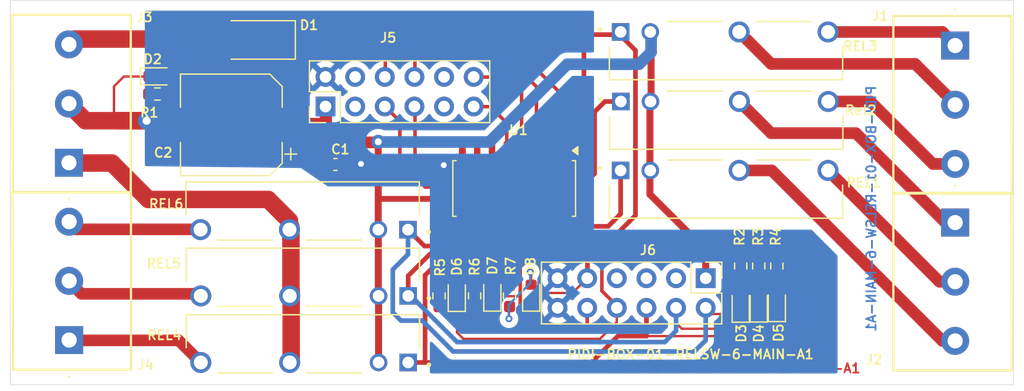
<source format=kicad_pcb>
(kicad_pcb (version 20241229) (generator "pcbnew") (generator_version "9.0")
  (layers (0 "F.Cu" signal) (2 "B.Cu" signal) (13 "F.Paste" user) (15 "B.Paste" user) (5 "F.SilkS" user "F.Silkscreen") (7 "B.SilkS" user "B.Silkscreen") (1 "F.Mask" user) (3 "B.Mask" user) (25 "Edge.Cuts" user))
  (net 0 "")
  (net 1 "Net-(J1-Pad1)")
  (net 2 "Net-(J1-Pad3)")
  (net 3 "Net-(J1-Pad2)")
  (net 4 "Net-(J2-Pad3)")
  (net 5 "Net-(J2-Pad2)")
  (net 6 "Net-(J2-Pad1)")
  (net 7 "Net-(J3-Pad1)")
  (net 8 "Net-(J4-Pad1)")
  (net 10 "P1")
  (net 11 "P5")
  (net 12 "P4")
  (net 14 "P2")
  (net 15 "P3")
  (net 16 "P0")
  (net 17 "+12V")
  (net 18 "GND")
  (net 19 "Net-(J4-Pad2)")
  (net 20 "Net-(J4-Pad3)")
  (net 25 "S6")
  (net 27 "S3")
  (net 29 "S2")
  (net 30 "S1")
  (net 31 "S4")
  (net 33 "S5")
  (net 34 "Net-(D1-A)")
  (net 35 "Net-(D2-A)")
  (net 36 "Net-(D3-A)")
  (net 37 "Net-(D4-A)")
  (net 38 "Net-(D5-A)")
  (net 39 "Net-(D6-A)")
  (net 40 "Net-(D7-A)")
  (net 41 "Net-(D8-A)")
  (footprint "LED_SMD:LED_0603_1608Metric" (layer "F.Cu") (at 151.5872 81.153 90)
    (property "Reference" "D8" (at 2.3622 -0.0508 90) (layer "F.SilkS") (effects (font (size 0.8 0.8))))
    (property "Value" "LED")
    (pad "1" smd roundrect (at -0.7875 0 90) (size 0.875 0.95) (layers "F.Cu" "F.Mask" "F.Paste") (net 30 "S1"))
    (pad "2" smd roundrect (at 0.7875 0 90) (size 0.875 0.95) (layers "F.Cu" "F.Mask" "F.Paste") (net 41 "Net-(D8-A)"))
  )
  (footprint "Package_SO:SOIC-16_4.55x10.3mm_P1.27mm" (layer "F.Cu") (at 150.1333 72.1108 -90)
    (property "Reference" "U1" (at -5.0108 -0.3667 0) (layer "F.SilkS") (effects (font (size 0.8 0.8))))
    (property "Value" "ULN2003A")
    (pad "1" smd roundrect (at -3.25 -4.445 270) (size 1.6 0.55) (layers "F.Cu" "F.Mask" "F.Paste") (net 16 "P0"))
    (pad "2" smd roundrect (at -3.25 -3.175 270) (size 1.6 0.55) (layers "F.Cu" "F.Mask" "F.Paste") (net 10 "P1"))
    (pad "3" smd roundrect (at -3.25 -1.905 270) (size 1.6 0.55) (layers "F.Cu" "F.Mask" "F.Paste") (net 14 "P2"))
    (pad "4" smd roundrect (at -3.25 -0.635 270) (size 1.6 0.55) (layers "F.Cu" "F.Mask" "F.Paste") (net 15 "P3"))
    (pad "5" smd roundrect (at -3.25 0.635 270) (size 1.6 0.55) (layers "F.Cu" "F.Mask" "F.Paste") (net 12 "P4"))
    (pad "6" smd roundrect (at -3.25 1.905 270) (size 1.6 0.55) (layers "F.Cu" "F.Mask" "F.Paste") (net 11 "P5"))
    (pad "7" smd roundrect (at -3.25 3.175 270) (size 1.6 0.55) (layers "F.Cu" "F.Mask" "F.Paste"))
    (pad "8" smd roundrect (at -3.25 4.445 270) (size 1.6 0.55) (layers "F.Cu" "F.Mask" "F.Paste") (net 18 "GND"))
    (pad "9" smd roundrect (at 3.25 4.445 270) (size 1.6 0.55) (layers "F.Cu" "F.Mask" "F.Paste") (net 17 "+12V"))
    (pad "10" smd roundrect (at 3.25 3.175 270) (size 1.6 0.55) (layers "F.Cu" "F.Mask" "F.Paste"))
    (pad "11" smd roundrect (at 3.25 1.905 270) (size 1.6 0.55) (layers "F.Cu" "F.Mask" "F.Paste") (net 25 "S6"))
    (pad "12" smd roundrect (at 3.25 0.635 270) (size 1.6 0.55) (layers "F.Cu" "F.Mask" "F.Paste") (net 33 "S5"))
    (pad "13" smd roundrect (at 3.25 -0.635 270) (size 1.6 0.55) (layers "F.Cu" "F.Mask" "F.Paste") (net 31 "S4"))
    (pad "14" smd roundrect (at 3.25 -1.905 270) (size 1.6 0.55) (layers "F.Cu" "F.Mask" "F.Paste") (net 27 "S3"))
    (pad "15" smd roundrect (at 3.25 -3.175 270) (size 1.6 0.55) (layers "F.Cu" "F.Mask" "F.Paste") (net 29 "S2"))
    (pad "16" smd roundrect (at 3.25 -4.445 270) (size 1.6 0.55) (layers "F.Cu" "F.Mask" "F.Paste") (net 30 "S1"))
  )
  (footprint "MYlib_GLOBAL:HF49FD_0xx1H12T" (layer "F.Cu") (at 131.9969 74.041 180)
    (property "Reference" "REL6" (at 11.6969 0.591 180) (layer "F.SilkS") (effects (font (size 0.8 0.8))))
    (property "Value" "HF49FD_005-1H12T")
    (pad "1" thru_hole rect (at -9.03 -1.6 180) (size 1.508 1.508) (drill 1) (layers "*.Cu" "*.Mask") (net 25 "S6"))
    (pad "2" thru_hole circle (at -6.49 -1.6 180) (size 1.508 1.508) (drill 1) (layers "*.Cu" "*.Mask") (net 17 "+12V"))
    (pad "3" thru_hole circle (at 1.13 -1.6 180) (size 1.8 1.8) (drill 1.2) (layers "*.Cu" "*.Mask") (net 7 "Net-(J3-Pad1)"))
    (pad "4" thru_hole circle (at 8.75 -1.6 180) (size 1.8 1.8) (drill 1.2) (layers "*.Cu" "*.Mask") (net 20 "Net-(J4-Pad3)"))
  )
  (footprint "MYlib_GLOBAL:CTB07093" (layer "F.Cu") (at 111.98 85.12 90)
    (property "Reference" "J4" (at -2.1384 6.556 180) (layer "F.SilkS") (effects (font (size 0.8 0.8))))
    (property "Value" "CTB0709_3" (hide yes))
    (pad "1" thru_hole rect (at 0 0 90) (size 2.4 2.4) (drill 1.3) (layers "*.Cu" "*.Mask") (net 8 "Net-(J4-Pad1)"))
    (pad "2" thru_hole circle (at 5.08 0 90) (size 2.4 2.4) (drill 1.3) (layers "*.Cu" "*.Mask") (net 19 "Net-(J4-Pad2)"))
    (pad "3" thru_hole circle (at 10.16 0 90) (size 2.4 2.4) (drill 1.3) (layers "*.Cu" "*.Mask") (net 20 "Net-(J4-Pad3)"))
  )
  (footprint "Resistor_SMD:R_0603_1608Metric_Pad0.98x0.95mm_HandSolder" (layer "F.Cu") (at 171.1 78.7625 -90)
    (property "Reference" "R3" (at -2.5125 0.05 90) (layer "F.SilkS") (effects (font (size 0.8 0.8))))
    (property "Value" "5K6")
    (pad "1" smd roundrect (at -0.9125 0 270) (size 0.975 0.95) (layers "F.Cu" "F.Mask" "F.Paste") (net 17 "+12V"))
    (pad "2" smd roundrect (at 0.9125 0 270) (size 0.975 0.95) (layers "F.Cu" "F.Mask" "F.Paste") (net 37 "Net-(D4-A)"))
  )
  (footprint "MYlib_GLOBAL:HF49FD_0xx1H12T" (layer "F.Cu") (at 168.288 72.1612)
    (property "Reference" "REL1" (at 11.812 -0.5612 0) (layer "F.SilkS") (effects (font (size 0.8 0.8))))
    (property "Value" "HF49FD_005-1H12T")
    (pad "1" thru_hole rect (at -9.03 -1.6) (size 1.508 1.508) (drill 1) (layers "*.Cu" "*.Mask") (net 30 "S1"))
    (pad "2" thru_hole circle (at -6.49 -1.6) (size 1.508 1.508) (drill 1) (layers "*.Cu" "*.Mask") (net 17 "+12V"))
    (pad "3" thru_hole circle (at 1.13 -1.6) (size 1.8 1.8) (drill 1.2) (layers "*.Cu" "*.Mask") (net 4 "Net-(J2-Pad3)"))
    (pad "4" thru_hole circle (at 8.75 -1.6) (size 1.8 1.8) (drill 1.2) (layers "*.Cu" "*.Mask") (net 5 "Net-(J2-Pad2)"))
  )
  (footprint "MYlib_GLOBAL:HF49FD_0xx1H12T" (layer "F.Cu") (at 132.0162 85.4458 180)
    (property "Reference" "REL4" (at 11.8662 0.7458 180) (layer "F.SilkS") (effects (font (size 0.8 0.8))))
    (property "Value" "HF49FD_005-1H12T")
    (pad "1" thru_hole rect (at -9.03 -1.6 180) (size 1.508 1.508) (drill 1) (layers "*.Cu" "*.Mask") (net 31 "S4"))
    (pad "2" thru_hole circle (at -6.49 -1.6 180) (size 1.508 1.508) (drill 1) (layers "*.Cu" "*.Mask") (net 17 "+12V"))
    (pad "3" thru_hole circle (at 1.13 -1.6 180) (size 1.8 1.8) (drill 1.2) (layers "*.Cu" "*.Mask") (net 7 "Net-(J3-Pad1)"))
    (pad "4" thru_hole circle (at 8.75 -1.6 180) (size 1.8 1.8) (drill 1.2) (layers "*.Cu" "*.Mask") (net 8 "Net-(J4-Pad1)"))
  )
  (footprint "MYlib_GLOBAL:CTB07093" (layer "F.Cu") (at 187.9346 59.8424 -90)
    (property "Reference" "J1" (at -2.54 6.4132 0) (layer "F.SilkS") (effects (font (size 0.8 0.8))))
    (property "Value" "CTB0709_3" (hide yes))
    (pad "1" thru_hole rect (at 0 0 270) (size 2.4 2.4) (drill 1.3) (layers "*.Cu" "*.Mask") (net 1 "Net-(J1-Pad1)"))
    (pad "2" thru_hole circle (at 5.08 0 270) (size 2.4 2.4) (drill 1.3) (layers "*.Cu" "*.Mask") (net 3 "Net-(J1-Pad2)"))
    (pad "3" thru_hole circle (at 10.16 0 270) (size 2.4 2.4) (drill 1.3) (layers "*.Cu" "*.Mask") (net 2 "Net-(J1-Pad3)"))
  )
  (footprint "Capacitor_SMD:C_0603_1608Metric" (layer "F.Cu") (at 134.8 70.05)
    (property "Reference" "C1" (at 0.4318 -1.2954 180) (layer "F.SilkS") (effects (font (size 0.8 0.8))))
    (property "Value" "100nf")
    (pad "1" smd roundrect (at -0.775 0) (size 0.9 0.95) (layers "F.Cu" "F.Mask" "F.Paste") (net 17 "+12V"))
    (pad "2" smd roundrect (at 0.775 0) (size 0.9 0.95) (layers "F.Cu" "F.Mask" "F.Paste") (net 18 "GND"))
  )
  (footprint "MYlib_GLOBAL:CTB07093" (layer "F.Cu") (at 187.9346 75.0316 -90)
    (property "Reference" "J2" (at 11.7692 6.9632 0) (layer "F.SilkS") (effects (font (size 0.8 0.8))))
    (property "Value" "CTB0709_3" (hide yes))
    (pad "1" thru_hole rect (at 0 0 270) (size 2.4 2.4) (drill 1.3) (layers "*.Cu" "*.Mask") (net 6 "Net-(J2-Pad1)"))
    (pad "2" thru_hole circle (at 5.08 0 270) (size 2.4 2.4) (drill 1.3) (layers "*.Cu" "*.Mask") (net 5 "Net-(J2-Pad2)"))
    (pad "3" thru_hole circle (at 10.16 0 270) (size 2.4 2.4) (drill 1.3) (layers "*.Cu" "*.Mask") (net 4 "Net-(J2-Pad3)"))
  )
  (footprint "MYlib_GLOBAL:CTB07093" (layer "F.Cu") (at 111.9632 69.9008 90)
    (property "Reference" "J3" (at 12.4924 6.4728 180) (layer "F.SilkS") (effects (font (size 0.8 0.8))))
    (property "Value" "CTB0709_3" (hide yes))
    (pad "1" thru_hole rect (at 0 0 90) (size 2.4 2.4) (drill 1.3) (layers "*.Cu" "*.Mask") (net 7 "Net-(J3-Pad1)"))
    (pad "2" thru_hole circle (at 5.08 0 90) (size 2.4 2.4) (drill 1.3) (layers "*.Cu" "*.Mask") (net 18 "GND"))
    (pad "3" thru_hole circle (at 10.16 0 90) (size 2.4 2.4) (drill 1.3) (layers "*.Cu" "*.Mask") (net 34 "Net-(D1-A)"))
  )
  (footprint "Connector_PinHeader_2.54mm:PinHeader_2x06_P2.54mm_Vertical" (layer "F.Cu") (at 133.9596 65.0748 90)
    (property "Reference" "J5" (at 5.904 5.3698 180) (layer "F.SilkS") (effects (font (size 0.8 0.8))))
    (property "Value" "Conn_02x06_Odd_Even" (hide yes))
    (pad "1" thru_hole rect (at 0 0 90) (size 1.7 1.7) (drill 1) (layers "*.Cu" "*.Mask") (net 17 "+12V"))
    (pad "2" thru_hole circle (at 2.54 0 90) (size 1.7 1.7) (drill 1) (layers "*.Cu" "*.Mask") (net 18 "GND"))
    (pad "3" thru_hole circle (at 0 2.54 90) (size 1.7 1.7) (drill 1) (layers "*.Cu" "*.Mask"))
    (pad "4" thru_hole circle (at 2.54 2.54 90) (size 1.7 1.7) (drill 1) (layers "*.Cu" "*.Mask"))
    (pad "5" thru_hole circle (at 0 5.08 90) (size 1.7 1.7) (drill 1) (layers "*.Cu" "*.Mask") (net 10 "P1"))
    (pad "6" thru_hole circle (at 2.54 5.08 90) (size 1.7 1.7) (drill 1) (layers "*.Cu" "*.Mask") (net 16 "P0"))
    (pad "7" thru_hole circle (at 0 7.62 90) (size 1.7 1.7) (drill 1) (layers "*.Cu" "*.Mask") (net 11 "P5"))
    (pad "8" thru_hole circle (at 2.54 7.62 90) (size 1.7 1.7) (drill 1) (layers "*.Cu" "*.Mask") (net 14 "P2"))
    (pad "9" thru_hole circle (at 0 10.16 90) (size 1.7 1.7) (drill 1) (layers "*.Cu" "*.Mask"))
    (pad "10" thru_hole circle (at 2.54 10.16 90) (size 1.7 1.7) (drill 1) (layers "*.Cu" "*.Mask"))
    (pad "11" thru_hole circle (at 0 12.7 90) (size 1.7 1.7) (drill 1) (layers "*.Cu" "*.Mask") (net 12 "P4"))
    (pad "12" thru_hole circle (at 2.54 12.7 90) (size 1.7 1.7) (drill 1) (layers "*.Cu" "*.Mask") (net 15 "P3"))
  )
  (footprint "Resistor_SMD:R_0603_1608Metric" (layer "F.Cu") (at 119.55 64)
    (property "Reference" "R1" (at -0.7 1.6 0) (layer "F.SilkS") (effects (font (size 0.8 0.8))))
    (property "Value" "5K6")
    (pad "1" smd roundrect (at -0.825 0) (size 0.8 0.95) (layers "F.Cu" "F.Mask" "F.Paste") (net 35 "Net-(D2-A)"))
    (pad "2" smd roundrect (at 0.825 0) (size 0.8 0.95) (layers "F.Cu" "F.Mask" "F.Paste") (net 17 "+12V"))
  )
  (footprint "LED_SMD:LED_0603_1608Metric" (layer "F.Cu") (at 171.1 82.0875 90)
    (property "Reference" "D4" (at -2.4625 0 90) (layer "F.SilkS") (effects (font (size 0.8 0.8))))
    (property "Value" "LED")
    (pad "1" smd roundrect (at -0.7875 0 90) (size 0.875 0.95) (layers "F.Cu" "F.Mask" "F.Paste") (net 33 "S5"))
    (pad "2" smd roundrect (at 0.7875 0 90) (size 0.875 0.95) (layers "F.Cu" "F.Mask" "F.Paste") (net 37 "Net-(D4-A)"))
  )
  (footprint "MYlib_GLOBAL:HF49FD_0xx1H12T" (layer "F.Cu") (at 168.288 60.274)
    (property "Reference" "REL3" (at 11.512 -0.374 0) (layer "F.SilkS") (effects (font (size 0.8 0.8))))
    (property "Value" "HF49FD_005-1H12T")
    (pad "1" thru_hole rect (at -9.03 -1.6) (size 1.508 1.508) (drill 1) (layers "*.Cu" "*.Mask") (net 27 "S3"))
    (pad "2" thru_hole circle (at -6.49 -1.6) (size 1.508 1.508) (drill 1) (layers "*.Cu" "*.Mask") (net 17 "+12V"))
    (pad "3" thru_hole circle (at 1.13 -1.6) (size 1.8 1.8) (drill 1.2) (layers "*.Cu" "*.Mask") (net 3 "Net-(J1-Pad2)"))
    (pad "4" thru_hole circle (at 8.75 -1.6) (size 1.8 1.8) (drill 1.2) (layers "*.Cu" "*.Mask") (net 1 "Net-(J1-Pad1)"))
  )
  (footprint "Diode_SMD:D_SMA" (layer "F.Cu") (at 127.8636 59.3598 180)
    (property "Reference" "D1" (at -4.6736 1.27 0) (layer "F.SilkS") (effects (font (size 0.8 0.8))))
    (property "Value" "US2BA")
    (pad "1" smd roundrect (at -2 0 180) (size 2.5 1.8) (layers "F.Cu" "F.Mask" "F.Paste") (roundrect_rratio 0.1388888889) (net 17 "+12V"))
    (pad "2" smd roundrect (at 2 0 180) (size 2.5 1.8) (layers "F.Cu" "F.Mask" "F.Paste") (roundrect_rratio 0.1388888889) (net 34 "Net-(D1-A)"))
  )
  (footprint "Resistor_SMD:R_0603_1608Metric_Pad0.98x0.95mm_HandSolder" (layer "F.Cu") (at 172.65 78.7625 -90)
    (property "Reference" "R4" (at -2.5125 0.1 90) (layer "F.SilkS") (effects (font (size 0.8 0.8))))
    (property "Value" "5K6")
    (pad "1" smd roundrect (at -0.9125 0 270) (size 0.975 0.95) (layers "F.Cu" "F.Mask" "F.Paste") (net 17 "+12V"))
    (pad "2" smd roundrect (at 0.9125 0 270) (size 0.975 0.95) (layers "F.Cu" "F.Mask" "F.Paste") (net 38 "Net-(D5-A)"))
  )
  (footprint "LED_SMD:LED_0603_1608Metric" (layer "F.Cu") (at 145.2118 81.1784 90)
    (property "Reference" "D6" (at 2.3622 0 90) (layer "F.SilkS") (effects (font (size 0.8 0.8))))
    (property "Value" "LED")
    (pad "1" smd roundrect (at -0.7875 0 90) (size 0.875 0.95) (layers "F.Cu" "F.Mask" "F.Paste") (net 27 "S3"))
    (pad "2" smd roundrect (at 0.7875 0 90) (size 0.875 0.95) (layers "F.Cu" "F.Mask" "F.Paste") (net 39 "Net-(D6-A)"))
  )
  (footprint "Resistor_SMD:R_0603_1608Metric_Pad0.98x0.95mm_HandSolder" (layer "F.Cu") (at 149.733 81.3308 -90)
    (property "Reference" "R7" (at -2.5625 -0.1 90) (layer "F.SilkS") (effects (font (size 0.8 0.8))))
    (property "Value" "5K6")
    (pad "1" smd roundrect (at -0.9125 0 270) (size 0.975 0.95) (layers "F.Cu" "F.Mask" "F.Paste") (net 17 "+12V"))
    (pad "2" smd roundrect (at 0.9125 0 270) (size 0.975 0.95) (layers "F.Cu" "F.Mask" "F.Paste") (net 41 "Net-(D8-A)"))
  )
  (footprint "LED_SMD:LED_0603_1608Metric" (layer "F.Cu") (at 172.65 82.05 90)
    (property "Reference" "D5" (at -2.45 0.15 90) (layer "F.SilkS") (effects (font (size 0.8 0.8))))
    (property "Value" "LED")
    (pad "1" smd roundrect (at -0.7875 0 90) (size 0.875 0.95) (layers "F.Cu" "F.Mask" "F.Paste") (net 31 "S4"))
    (pad "2" smd roundrect (at 0.7875 0 90) (size 0.875 0.95) (layers "F.Cu" "F.Mask" "F.Paste") (net 38 "Net-(D5-A)"))
  )
  (footprint "MYlib_GLOBAL:HF49FD_0xx1H12T" (layer "F.Cu") (at 168.3073 66.2432)
    (property "Reference" "Rel2" (at 11.5427 -0.8432 0) (layer "F.SilkS") (effects (font (size 0.8 0.8))))
    (property "Value" "HF49FD_005-1H12T")
    (pad "1" thru_hole rect (at -9.03 -1.6) (size 1.508 1.508) (drill 1) (layers "*.Cu" "*.Mask") (net 29 "S2"))
    (pad "2" thru_hole circle (at -6.49 -1.6) (size 1.508 1.508) (drill 1) (layers "*.Cu" "*.Mask") (net 17 "+12V"))
    (pad "3" thru_hole circle (at 1.13 -1.6) (size 1.8 1.8) (drill 1.2) (layers "*.Cu" "*.Mask") (net 6 "Net-(J2-Pad1)"))
    (pad "4" thru_hole circle (at 8.75 -1.6) (size 1.8 1.8) (drill 1.2) (layers "*.Cu" "*.Mask") (net 2 "Net-(J1-Pad3)"))
  )
  (footprint "Connector_PinHeader_2.54mm:PinHeader_2x06_P2.54mm_Vertical" (layer "F.Cu") (at 166.55 79.814 -90)
    (property "Reference" "J6" (at -2.414 4.95 0) (layer "F.SilkS") (effects (font (size 0.8 0.8))))
    (property "Value" "Conn_02x06_Odd_Even" (hide yes))
    (pad "1" thru_hole rect (at 0 0 270) (size 1.7 1.7) (drill 1) (layers "*.Cu" "*.Mask") (net 17 "+12V"))
    (pad "2" thru_hole circle (at 2.54 0 270) (size 1.7 1.7) (drill 1) (layers "*.Cu" "*.Mask") (net 25 "S6"))
    (pad "3" thru_hole circle (at 0 2.54 270) (size 1.7 1.7) (drill 1) (layers "*.Cu" "*.Mask"))
    (pad "4" thru_hole circle (at 2.54 2.54 270) (size 1.7 1.7) (drill 1) (layers "*.Cu" "*.Mask") (net 33 "S5"))
    (pad "5" thru_hole circle (at 0 5.08 270) (size 1.7 1.7) (drill 1) (layers "*.Cu" "*.Mask"))
    (pad "6" thru_hole circle (at 2.54 5.08 270) (size 1.7 1.7) (drill 1) (layers "*.Cu" "*.Mask") (net 31 "S4"))
    (pad "7" thru_hole circle (at 0 7.62 270) (size 1.7 1.7) (drill 1) (layers "*.Cu" "*.Mask"))
    (pad "8" thru_hole circle (at 2.54 7.62 270) (size 1.7 1.7) (drill 1) (layers "*.Cu" "*.Mask") (net 27 "S3"))
    (pad "9" thru_hole circle (at 0 10.16 270) (size 1.7 1.7) (drill 1) (layers "*.Cu" "*.Mask") (net 30 "S1"))
    (pad "10" thru_hole circle (at 2.54 10.16 270) (size 1.7 1.7) (drill 1) (layers "*.Cu" "*.Mask") (net 29 "S2"))
    (pad "11" thru_hole circle (at 0 12.7 270) (size 1.7 1.7) (drill 1) (layers "*.Cu" "*.Mask") (net 18 "GND"))
    (pad "12" thru_hole circle (at 2.54 12.7 270) (size 1.7 1.7) (drill 1) (layers "*.Cu" "*.Mask") (net 18 "GND"))
  )
  (footprint "MYlib_GLOBAL:HF49FD_0xx1H12T" (layer "F.Cu") (at 132.0162 79.7306 180)
    (property "Reference" "REL5" (at 11.9162 1.1806 180) (layer "F.SilkS") (effects (font (size 0.8 0.8))))
    (property "Value" "HF49FD_005-1H12T")
    (pad "1" thru_hole rect (at -9.03 -1.6 180) (size 1.508 1.508) (drill 1) (layers "*.Cu" "*.Mask") (net 33 "S5"))
    (pad "2" thru_hole circle (at -6.49 -1.6 180) (size 1.508 1.508) (drill 1) (layers "*.Cu" "*.Mask") (net 17 "+12V"))
    (pad "3" thru_hole circle (at 1.13 -1.6 180) (size 1.8 1.8) (drill 1.2) (layers "*.Cu" "*.Mask") (net 7 "Net-(J3-Pad1)"))
    (pad "4" thru_hole circle (at 8.75 -1.6 180) (size 1.8 1.8) (drill 1.2) (layers "*.Cu" "*.Mask") (net 19 "Net-(J4-Pad2)"))
  )
  (footprint "Capacitor_SMD:CP_Elec_8x10.5" (layer "F.Cu") (at 125.8824 66.6496 180)
    (property "Reference" "C2" (at 5.842 -2.3876 0) (layer "F.SilkS") (effects (font (size 0.8 0.8))))
    (property "Value" "220uF")
    (pad "1" smd roundrect (at -3.7 0 180) (size 4.4 2.5) (layers "F.Cu" "F.Mask" "F.Paste") (roundrect_rratio 0.1) (net 17 "+12V"))
    (pad "2" smd roundrect (at 3.7 0 180) (size 4.4 2.5) (layers "F.Cu" "F.Mask" "F.Paste") (roundrect_rratio 0.1) (net 18 "GND"))
  )
  (footprint "LED_SMD:LED_0603_1608Metric" (layer "F.Cu") (at 169.55 82.1 90)
    (property "Reference" "D3" (at -2.45 0.05 90) (layer "F.SilkS") (effects (font (size 0.8 0.8))))
    (property "Value" "LED")
    (pad "1" smd roundrect (at -0.7875 0 90) (size 0.875 0.95) (layers "F.Cu" "F.Mask" "F.Paste") (net 25 "S6"))
    (pad "2" smd roundrect (at 0.7875 0 90) (size 0.875 0.95) (layers "F.Cu" "F.Mask" "F.Paste") (net 36 "Net-(D3-A)"))
  )
  (footprint "LED_SMD:LED_0603_1608Metric" (layer "F.Cu") (at 148.2598 81.153 90)
    (property "Reference" "D7" (at 2.413 0 90) (layer "F.SilkS") (effects (font (size 0.8 0.8))))
    (property "Value" "LED")
    (pad "1" smd roundrect (at -0.7875 0 90) (size 0.875 0.95) (layers "F.Cu" "F.Mask" "F.Paste") (net 29 "S2"))
    (pad "2" smd roundrect (at 0.7875 0 90) (size 0.875 0.95) (layers "F.Cu" "F.Mask" "F.Paste") (net 40 "Net-(D7-A)"))
  )
  (footprint "Resistor_SMD:R_0603_1608Metric_Pad0.98x0.95mm_HandSolder" (layer "F.Cu") (at 169.55 78.7625 -90)
    (property "Reference" "R2" (at -2.5125 0.1 90) (layer "F.SilkS") (effects (font (size 0.8 0.8))))
    (property "Value" "5K6")
    (pad "1" smd roundrect (at -0.9125 0 270) (size 0.975 0.95) (layers "F.Cu" "F.Mask" "F.Paste") (net 17 "+12V"))
    (pad "2" smd roundrect (at 0.9125 0 270) (size 0.975 0.95) (layers "F.Cu" "F.Mask" "F.Paste") (net 36 "Net-(D3-A)"))
  )
  (footprint "Resistor_SMD:R_0603_1608Metric_Pad0.98x0.95mm_HandSolder" (layer "F.Cu") (at 143.6878 81.3308 -90)
    (property "Reference" "R5" (at -2.45 -0.08 90) (layer "F.SilkS") (effects (font (size 0.8 0.8))))
    (property "Value" "5K6")
    (pad "1" smd roundrect (at -0.9125 0 270) (size 0.975 0.95) (layers "F.Cu" "F.Mask" "F.Paste") (net 17 "+12V"))
    (pad "2" smd roundrect (at 0.9125 0 270) (size 0.975 0.95) (layers "F.Cu" "F.Mask" "F.Paste") (net 39 "Net-(D6-A)"))
  )
  (footprint "Resistor_SMD:R_0603_1608Metric_Pad0.98x0.95mm_HandSolder" (layer "F.Cu") (at 146.7358 81.3308 -90)
    (property "Reference" "R6" (at -2.50625 0 90) (layer "F.SilkS") (effects (font (size 0.8 0.8))))
    (property "Value" "5K6")
    (pad "1" smd roundrect (at -0.9125 0 270) (size 0.975 0.95) (layers "F.Cu" "F.Mask" "F.Paste") (net 17 "+12V"))
    (pad "2" smd roundrect (at 0.9125 0 270) (size 0.975 0.95) (layers "F.Cu" "F.Mask" "F.Paste") (net 40 "Net-(D7-A)"))
  )
  (footprint "LED_SMD:LED_0603_1608Metric" (layer "F.Cu") (at 119.5737 62.4888)
    (property "Reference" "D2" (at -0.4318 -1.4732 0) (layer "F.SilkS") (effects (font (size 0.8 0.8))))
    (property "Value" "LED gn")
    (pad "1" smd roundrect (at -0.7875 0) (size 0.875 0.95) (layers "F.Cu" "F.Mask" "F.Paste") (net 18 "GND"))
    (pad "2" smd roundrect (at 0.7875 0) (size 0.875 0.95) (layers "F.Cu" "F.Mask" "F.Paste") (net 35 "Net-(D2-A)"))
  )
  (gr_rect (start 106.934 55.9564) (end 192.934 88.9564) (stroke (width 0.05)) (fill no) (layer "Edge.Cuts"))
  (gr_text "PIDI-BOX-01-RELSW-6-MAIN-A1\n\n" (at 158.6 89.3 0) (layer "F.Cu") (effects (font (size 0.8 0.8)) (justify left bottom)))
  (gr_text "PIDI-BOX-01-RELSW-6-MAIN-A1\n\n" (at 182.5 63.2 90) (layer "B.Cu") (effects (font (size 0.8 0.8)) (justify left bottom mirror)))
  (gr_text "PIDI-BOX-01-RELSW-6-MAIN-A1\n\n" (at 154.6 88.1 0) (layer "F.SilkS") (effects (font (size 0.8 0.8)) (justify left bottom)))
  (segment (start 186.8424 58.674) (end 187.9346 59.7662) (width 1) (layer "F.Cu") (net 1))
  (segment (start 187.9346 59.7662) (end 187.9346 59.8424) (width 1) (layer "F.Cu") (net 1))
  (segment (start 177.038 58.674) (end 186.8424 58.674) (width 1) (layer "F.Cu") (net 1))
  (segment (start 177.0573 64.6432) (end 180.6704 64.6432) (width 1) (layer "F.Cu") (net 2))
  (segment (start 180.6704 64.6432) (end 186.0296 70.0024) (width 1) (layer "F.Cu") (net 2))
  (segment (start 186.0296 70.0024) (end 187.9346 70.0024) (width 1) (layer "F.Cu") (net 2))
  (segment (start 187.9346 64.8462) (end 187.9346 64.9224) (width 1) (layer "F.Cu") (net 3))
  (segment (start 169.418 58.674) (end 172.1612 61.4172) (width 1) (layer "F.Cu") (net 3))
  (segment (start 184.5056 61.4172) (end 187.9346 64.8462) (width 1) (layer "F.Cu") (net 3))
  (segment (start 172.1612 61.4172) (end 184.5056 61.4172) (width 1) (layer "F.Cu") (net 3))
  (segment (start 169.418 70.5612) (end 172.212 70.5612) (width 1) (layer "F.Cu") (net 4))
  (segment (start 186.8424 85.1916) (end 188.0108 85.1916) (width 1) (layer "F.Cu") (net 4))
  (segment (start 172.212 70.5612) (end 186.8424 85.1916) (width 1) (layer "F.Cu") (net 4))
  (segment (start 177.038 70.5612) (end 186.5884 80.1116) (width 1) (layer "F.Cu") (net 5))
  (segment (start 186.5884 80.1116) (end 188.0108 80.1116) (width 1) (layer "F.Cu") (net 5))
  (segment (start 187.0964 75.0316) (end 188.0108 75.0316) (width 1) (layer "F.Cu") (net 6))
  (segment (start 169.4373 64.6432) (end 172.1549 67.3608) (width 1) (layer "F.Cu") (net 6))
  (segment (start 172.1549 67.3608) (end 179.4256 67.3608) (width 1) (layer "F.Cu") (net 6))
  (segment (start 179.4256 67.3608) (end 187.0964 75.0316) (width 1) (layer "F.Cu") (net 6))
  (segment (start 115.6464 69.9264) (end 118.7704 73.0504) (width 1.5) (layer "F.Cu") (net 7))
  (segment (start 130.9939 75.4124) (end 130.9939 80.8543) (width 1.5) (layer "F.Cu") (net 7))
  (segment (start 111.7772 69.9424) (end 111.8188 69.9008) (width 1) (layer "F.Cu") (net 7))
  (segment (start 130.8669 74.879) (end 130.8669 75.2854) (width 1) (layer "F.Cu") (net 7))
  (segment (start 129.0383 73.0504) (end 130.8669 74.879) (width 1.5) (layer "F.Cu") (net 7))
  (segment (start 130.8669 75.2854) (end 130.9939 75.4124) (width 1) (layer "F.Cu") (net 7))
  (segment (start 111.8188 69.9008) (end 111.9632 69.9008) (width 1) (layer "F.Cu") (net 7))
  (segment (start 111.9632 69.9008) (end 111.9888 69.9264) (width 1.5) (layer "F.Cu") (net 7))
  (segment (start 111.9888 69.9264) (end 115.6464 69.9264) (width 1.5) (layer "F.Cu") (net 7))
  (segment (start 131.0132 80.8736) (end 131.0132 86.7664) (width 1.5) (layer "F.Cu") (net 7))
  (segment (start 118.7704 73.0504) (end 129.0383 73.0504) (width 1.5) (layer "F.Cu") (net 7))
  (segment (start 130.9939 80.8543) (end 131.0132 80.8736) (width 1) (layer "F.Cu") (net 7))
  (segment (start 111.9485 85.1456) (end 121.366 85.1456) (width 1) (layer "F.Cu") (net 8))
  (segment (start 121.366 85.1456) (end 123.2662 87.0458) (width 1) (layer "F.Cu") (net 8))
  (segment (start 153.3083 69.1957) (end 153.3144 69.2018) (width 0.3) (layer "F.Cu") (net 10))
  (segment (start 142.494 71.9836) (end 151.6888 71.9836) (width 0.3) (layer "F.Cu") (net 10))
  (segment (start 140.335 69.8246) (end 142.494 71.9836) (width 0.3) (layer "F.Cu") (net 10))
  (segment (start 139.08 65.086) (end 140.335 66.341) (width 0.3) (layer "F.Cu") (net 10))
  (segment (start 153.3083 68.8608) (end 153.3083 69.1957) (width 0.3) (layer "F.Cu") (net 10))
  (segment (start 140.335 66.341) (end 140.335 69.8246) (width 0.3) (layer "F.Cu") (net 10))
  (segment (start 153.3083 70.3641) (end 153.3083 68.8608) (width 0.3) (layer "F.Cu") (net 10))
  (segment (start 151.6888 71.9836) (end 153.3083 70.3641) (width 0.3) (layer "F.Cu") (net 10))
  (segment (start 143.256 71.2724) (end 147.4724 71.2724) (width 0.3) (layer "F.Cu") (net 11))
  (segment (start 141.62 65.086) (end 141.6304 65.0964) (width 0.3) (layer "F.Cu") (net 11))
  (segment (start 141.6304 65.0964) (end 141.6304 69.6468) (width 0.3) (layer "F.Cu") (net 11))
  (segment (start 148.2283 70.5165) (end 148.2283 68.8608) (width 0.3) (layer "F.Cu") (net 11))
  (segment (start 141.6304 69.6468) (end 143.256 71.2724) (width 0.3) (layer "F.Cu") (net 11))
  (segment (start 147.4724 71.2724) (end 148.2283 70.5165) (width 0.3) (layer "F.Cu") (net 11))
  (segment (start 149.4983 66.4911) (end 149.4983 69.6358) (width 0.3) (layer "F.Cu") (net 12))
  (segment (start 148.0932 65.086) (end 149.4983 66.4911) (width 0.3) (layer "F.Cu") (net 12))
  (segment (start 146.7 65.086) (end 148.0932 65.086) (width 0.3) (layer "F.Cu") (net 12))
  (segment (start 148.7932 60.1218) (end 142.621 60.1218) (width 0.3) (layer "F.Cu") (net 14))
  (segment (start 152.0383 63.3669) (end 148.7932 60.1218) (width 0.3) (layer "F.Cu") (net 14))
  (segment (start 152.0383 69.6358) (end 152.0383 63.3669) (width 0.3) (layer "F.Cu") (net 14))
  (segment (start 141.62 61.1228) (end 141.62 62.546) (width 0.3) (layer "F.Cu") (net 14))
  (segment (start 142.621 60.1218) (end 141.62 61.1228) (width 0.3) (layer "F.Cu") (net 14))
  (segment (start 150.7683 63.5955) (end 149.7188 62.546) (width 0.3) (layer "F.Cu") (net 15))
  (segment (start 150.7683 69.6358) (end 150.7683 63.5955) (width 0.3) (layer "F.Cu") (net 15))
  (segment (start 149.7188 62.546) (end 146.7 62.546) (width 0.3) (layer "F.Cu") (net 15))
  (segment (start 149.398706 59.2328) (end 141.0208 59.2328) (width 0.3) (layer "F.Cu") (net 16))
  (segment (start 154.5783 69.6358) (end 154.5783 64.412394) (width 0.3) (layer "F.Cu") (net 16))
  (segment (start 154.5783 64.412394) (end 149.398706 59.2328) (width 0.3) (layer "F.Cu") (net 16))
  (segment (start 141.0208 59.2328) (end 139.08 61.1736) (width 0.3) (layer "F.Cu") (net 16))
  (segment (start 139.08 61.1736) (end 139.08 62.546) (width 0.3) (layer "F.Cu") (net 16))
  (segment (start 129.5824 66.6496) (end 129.5828 66.65) (width 1) (layer "F.Cu") (net 17))
  (segment (start 138.4282 68.15) (end 134.0122 68.15) (width 1) (layer "F.Cu") (net 17))
  (segment (start 146.7866 80.4183) (end 146.7866 79.3908) (width 0.2) (layer "F.Cu") (net 17))
  (segment (start 144.1608 79.3654) (end 146.812 79.3654) (width 0.2) (layer "F.Cu") (net 17))
  (segment (start 166.55 77.95) (end 166.55 79.814) (width 0.6) (layer "F.Cu") (net 17))
  (segment (start 143.6878 79.8068) (end 144.145 79.3496) (width 0.2) (layer "F.Cu") (net 17))
  (segment (start 161.7665 64.694) (end 161.7665 72.6125) (width 0.6) (layer "F.Cu") (net 17))
  (segment (start 129.8636 66.0636) (end 129.8636 59.3598) (width 1.5) (layer "F.Cu") (net 17))
  (segment (start 161.7665 64.694) (end 161.8173 64.6432) (width 1) (layer "F.Cu") (net 17))
  (segment (start 161.7665 72.6125) (end 166.55 77.396) (width 0.6) (layer "F.Cu") (net 17))
  (segment (start 144.4752 72.9996) (end 145.6883 74.2127) (width 0.5) (layer "F.Cu") (net 17))
  (segment (start 149.6314 79.3654) (end 146.812 79.3654) (width 0.2) (layer "F.Cu") (net 17))
  (segment (start 166.624 79.74) (end 166.55 79.814) (width 0.6) (layer "F.Cu") (net 17))
  (segment (start 172.65 77.85) (end 171.1 77.85) (width 0.2) (layer "F.Cu") (net 17))
  (segment (start 143.6878 80.4183) (end 143.6878 79.8068) (width 0.2) (layer "F.Cu") (net 17))
  (segment (start 134.025 68.082) (end 134.025 70.05) (width 0.6) (layer "F.Cu") (net 17))
  (segment (start 144.145 79.3496) (end 144.1608 79.3654) (width 0.2) (layer "F.Cu") (net 17))
  (segment (start 134 65.086) (end 133.9596 65.1264) (width 1) (layer "F.Cu") (net 17))
  (segment (start 127.4408 64) (end 129.2776 65.8368) (width 0.2) (layer "F.Cu") (net 17))
  (segment (start 138.5062 81.153) (end 138.5062 87.0458) (width 0.6) (layer "F.Cu") (net 17))
  (segment (start 149.6822 78.8924) (end 151.4094 77.1652) (width 0.2) (layer "F.Cu") (net 17))
  (segment (start 133.7596 66.65) (end 134 66.4096) (width 1) (layer "F.Cu") (net 17))
  (segment (start 149.6822 79.3146) (end 149.6822 78.8924) (width 0.2) (layer "F.Cu") (net 17))
  (segment (start 134 66.4096) (end 134 65.086) (width 1) (layer "F.Cu") (net 17))
  (segment (start 134 68.057) (end 134 65.086) (width 1) (layer "F.Cu") (net 17))
  (segment (start 133.9596 65.1264) (end 133.9596 68.0974) (width 1) (layer "F.Cu") (net 17))
  (segment (start 129.4046 65.9638) (end 129.2776 65.8368) (width 0.6) (layer "F.Cu") (net 17))
  (segment (start 172.6575 77.8575) (end 172.65 77.85) (width 0.2) (layer "F.Cu") (net 17))
  (segment (start 166.55 77.396) (end 166.55 77.95) (width 0.6) (layer "F.Cu") (net 17))
  (segment (start 151.4094 73.7) (end 146.201 73.7) (width 0.2) (layer "F.Cu") (net 17))
  (segment (start 161.8681 64.5924) (end 161.8173 64.6432) (width 1) (layer "F.Cu") (net 17))
  (segment (start 134 68.057) (end 134.025 68.082) (width 0.6) (layer "F.Cu") (net 17))
  (segment (start 138.47735 73.152) (end 138.62975 72.9996) (width 0.5) (layer "F.Cu") (net 17))
  (segment (start 145.6883 74.2127) (end 145.6883 75.3608) (width 0.5) (layer "F.Cu") (net 17))
  (segment (start 138.47735 75.45365) (end 138.4869 75.4632) (width 0.6) (layer "F.Cu") (net 17))
  (segment (start 120.175 64) (end 127.4408 64) (width 0.2) (layer "F.Cu") (net 17))
  (segment (start 129.5824 66.3448) (end 129.8636 66.0636) (width 1.5) (layer "F.Cu") (net 17))
  (segment (start 146.201 73.7) (end 145.6883 74.2127) (width 0.2) (layer "F.Cu") (net 17))
  (segment (start 138.47735 68.10085) (end 138.4282 68.15) (width 1) (layer "F.Cu") (net 17))
  (segment (start 169.55 77.85) (end 166.65 77.85) (width 0.2) (layer "F.Cu") (net 17))
  (segment (start 129.2522 66.3194) (end 129.2522 66.2686) (width 0.6) (layer "F.Cu") (net 17))
  (segment (start 133.9596 68.0974) (end 134 68.057) (width 1) (layer "F.Cu") (net 17))
  (segment (start 138.4869 81.1337) (end 138.5062 81.153) (width 1) (layer "F.Cu") (net 17))
  (segment (start 138.62975 72.9996) (end 144.4752 72.9996) (width 0.5) (layer "F.Cu") (net 17))
  (segment (start 129.5824 66.6496) (end 129.5824 66.3448) (width 1.5) (layer "F.Cu") (net 17))
  (segment (start 166.65 77.85) (end 166.55 77.95) (width 0.2) (layer "F.Cu") (net 17))
  (segment (start 151.4094 77.1652) (end 151.4094 73.7) (width 0.2) (layer "F.Cu") (net 17))
  (segment (start 138.47735 68.10085) (end 138.47735 75.45365) (width 0.6) (layer "F.Cu") (net 17))
  (segment (start 171.1 77.85) (end 169.55 77.85) (width 0.2) (layer "F.Cu") (net 17))
  (segment (start 138.4869 75.4632) (end 138.4869 81.1337) (width 0.6) (layer "F.Cu") (net 17))
  (segment (start 149.6822 79.3146) (end 149.6314 79.3654) (width 0.2) (layer "F.Cu") (net 17))
  (segment (start 161.8681 58.9028) (end 161.8681 64.5924) (width 0.6) (layer "F.Cu") (net 17))
  (segment (start 134.0122 68.15) (end 133.9596 68.0974) (width 1) (layer "F.Cu") (net 17))
  (segment (start 149.6822 80.4183) (end 149.6822 79.3146) (width 0.2) (layer "F.Cu") (net 17))
  (segment (start 129.5828 66.65) (end 133.7596 66.65) (width 1.2) (layer "F.Cu") (net 17))
  (segment (start 146.7866 79.3908) (end 146.812 79.3654) (width 0.2) (layer "F.Cu") (net 17))
  (via (at 138.47735 68.10085) (size 1.2) (drill 0.6) (layers "F.Cu" "B.Cu") (net 17))
  (segment (start 161.8681 60.4073) (end 161.8681 58.9028) (width 1) (layer "B.Cu") (net 17))
  (segment (start 154.686 61.4426) (end 160.8328 61.4426) (width 1) (layer "B.Cu") (net 17))
  (segment (start 138.47735 68.10085) (end 138.4993 68.1228) (width 1) (layer "B.Cu") (net 17))
  (segment (start 138.4993 68.1228) (end 148.0058 68.1228) (width 1) (layer "B.Cu") (net 17))
  (segment (start 148.0058 68.1228) (end 154.686 61.4426) (width 1) (layer "B.Cu") (net 17))
  (segment (start 160.8328 61.4426) (end 161.8681 60.4073) (width 1) (layer "B.Cu") (net 17))
  (segment (start 116.6716 62.5) (end 115.824 63.3476) (width 0.2) (layer "F.Cu") (net 18))
  (segment (start 135.5782 70.0532) (end 136.9468 70.0532) (width 0.6) (layer "F.Cu") (net 18))
  (segment (start 122.1824 66.5988) (end 121.8522 66.2686) (width 1.5) (layer "F.Cu") (net 18))
  (segment (start 122.1824 66.6496) (end 122.1824 66.5988) (width 1.5) (layer "F.Cu") (net 18))
  (segment (start 136.9468 70.0532) (end 137 70) (width 0.6) (layer "F.Cu") (net 18))
  (segment (start 121.8268 66.294) (end 122.1824 66.6496) (width 1.5) (layer "F.Cu") (net 18))
  (segment (start 118.618 66.294) (end 121.8268 66.294) (width 1.5) (layer "F.Cu") (net 18))
  (segment (start 111.9632 64.8779) (end 113.3793 66.294) (width 1.5) (layer "F.Cu") (net 18))
  (segment (start 116.1288 66.294) (end 118.618 66.294) (width 1.5) (layer "F.Cu") (net 18))
  (segment (start 118.7862 62.4888) (end 118.775 62.5) (width 0.2) (layer "F.Cu") (net 18))
  (segment (start 111.9632 64.8208) (end 111.9632 64.8779) (width 1.5) (layer "F.Cu") (net 18))
  (segment (start 113.3793 66.294) (end 118.618 66.294) (width 1.5) (layer "F.Cu") (net 18))
  (segment (start 145.6883 69.8053) (end 145.6883 68.8608) (width 0.6) (layer "F.Cu") (net 18))
  (segment (start 145.3896 70.104) (end 145.6883 69.8053) (width 0.6) (layer "F.Cu") (net 18))
  (segment (start 135.575 70.05) (end 135.5782 70.0532) (width 0.6) (layer "F.Cu") (net 18))
  (segment (start 118.775 62.5) (end 116.6716 62.5) (width 0.2) (layer "F.Cu") (net 18))
  (segment (start 115.824 63.3476) (end 115.824 65.9892) (width 0.2) (layer "F.Cu") (net 18))
  (segment (start 144.0942 70.104) (end 145.3896 70.104) (width 0.6) (layer "F.Cu") (net 18))
  (via (at 137 70) (size 1) (drill 0.5) (layers "F.Cu" "B.Cu") (net 18))
  (via (at 118.618 66.294) (size 1.5) (drill 0.7) (layers "F.Cu" "B.Cu") (net 18))
  (via (at 144.0942 70.104) (size 1) (drill 0.5) (layers "F.Cu" "B.Cu") (net 18))
  (segment (start 113.0359 81.153) (end 111.9485 80.0656) (width 1) (layer "F.Cu") (net 19))
  (segment (start 123.2662 81.3306) (end 123.0886 81.153) (width 1) (layer "F.Cu") (net 19))
  (segment (start 123.0886 81.153) (end 113.0359 81.153) (width 1) (layer "F.Cu") (net 19))
  (segment (start 123.2469 75.641) (end 123.2469 75.2854) (width 1) (layer "F.Cu") (net 20))
  (segment (start 112.5787 75.6158) (end 123.2217 75.6158) (width 1) (layer "F.Cu") (net 20))
  (segment (start 123.2217 75.6158) (end 123.2469 75.641) (width 1) (layer "F.Cu") (net 20))
  (segment (start 111.9485 74.9856) (end 112.5787 75.6158) (width 1) (layer "F.Cu") (net 20))
  (segment (start 148.2608 75.3608) (end 148.2852 75.3364) (width 0) (layer "F.Cu") (net 25))
  (segment (start 148.2283 76.5717) (end 148.2283 75.3608) (width 0.4) (layer "F.Cu") (net 25))
  (segment (start 167.0835 82.8875) (end 166.55 82.354) (width 0.2) (layer "F.Cu") (net 25))
  (segment (start 141.0269 75.1779) (end 141.0269 75.641) (width 0.4) (layer "F.Cu") (net 25))
  (segment (start 142.4359 77.05) (end 147.75 77.05) (width 0.4) (layer "F.Cu") (net 25))
  (segment (start 147.75 77.05) (end 148.2283 76.5717) (width 0.4) (layer "F.Cu") (net 25))
  (segment (start 148.2283 75.3608) (end 148.2608 75.3608) (width 0) (layer "F.Cu") (net 25))
  (segment (start 141.0269 75.641) (end 142.4359 77.05) (width 0.4) (layer "F.Cu") (net 25))
  (segment (start 169.55 82.8875) (end 167.0835 82.8875) (width 0.2) (layer "F.Cu") (net 25))
  (segment (start 139.7254 82.7532) (end 140.4222 83.45) (width 0.4) (layer "B.Cu") (net 25))
  (segment (start 141.0269 77.7687) (end 139.7254 79.0702) (width 0.4) (layer "B.Cu") (net 25))
  (segment (start 139.7254 79.0702) (end 139.7254 82.7532) (width 0.4) (layer "B.Cu") (net 25))
  (segment (start 142.25 83.45) (end 144.9 86.1) (width 0.4) (layer "B.Cu") (net 25))
  (segment (start 144.9 86.1) (end 165.5886 86.1) (width 0.4) (layer "B.Cu") (net 25))
  (segment (start 165.5886 86.1) (end 166.55 85.1386) (width 0.4) (layer "B.Cu") (net 25))
  (segment (start 140.4222 83.45) (end 142.25 83.45) (width 0.4) (layer "B.Cu") (net 25))
  (segment (start 141.0269 75.641) (end 141.0269 77.7687) (width 0.4) (layer "B.Cu") (net 25))
  (segment (start 166.55 85.1386) (end 166.55 82.354) (width 0.4) (layer "B.Cu") (net 25))
  (segment (start 156.1084 70.612) (end 154.8892 71.8312) (width 0.4) (layer "F.Cu") (net 27))
  (segment (start 152.0383 72.7395) (end 152.0383 75.3608) (width 0.4) (layer "F.Cu") (net 27))
  (segment (start 159.004 82.254) (end 159.004 82.428) (width 0.3) (layer "F.Cu") (net 27))
  (segment (start 156.7432 58.9028) (end 156.1084 59.5376) (width 0.4) (layer "F.Cu") (net 27))
  (segment (start 152.9466 71.8312) (end 152.0383 72.7395) (width 0.4) (layer "F.Cu") (net 27))
  (segment (start 157.4862 85.0138) (end 158.93 83.57) (width 0.2) (layer "F.Cu") (net 27))
  (segment (start 160.528 60.2561) (end 159.1747 58.9028) (width 0.4) (layer "F.Cu") (net 27))
  (segment (start 159.1747 58.9028) (end 156.7432 58.9028) (width 0.4) (layer "F.Cu") (net 27))
  (segment (start 160.528 74.422) (end 160.528 60.2561) (width 0.4) (layer "F.Cu") (net 27))
  (segment (start 157.7 77.25) (end 160.528 74.422) (width 0.4) (layer "F.Cu") (net 27))
  (segment (start 157.714 78.8108) (end 157.65 78.8108) (width 0.3) (layer "F.Cu") (net 27))
  (segment (start 145.2372 84.4804) (end 145.7706 85.0138) (width 0.2) (layer "F.Cu") (net 27))
  (segment (start 157.7 78.7968) (end 157.7 77.25) (width 0.4) (layer "F.Cu") (net 27))
  (segment (start 145.7706 85.0138) (end 157.4862 85.0138) (width 0.2) (layer "F.Cu") (net 27))
  (segment (start 157.65 78.8108) (end 157.65 80.9) (width 0.3) (layer "F.Cu") (net 27))
  (segment (start 158.93 83.57) (end 158.93 82.354) (width 0.2) (layer "F.Cu") (net 27))
  (segment (start 145.2372 81.9659) (end 145.2372 84.4804) (width 0.2) (layer "F.Cu") (net 27))
  (segment (start 156.1084 59.5376) (end 156.1084 70.612) (width 0.4) (layer "F.Cu") (net 27))
  (segment (start 154.8892 71.8312) (end 152.9466 71.8312) (width 0.4) (layer "F.Cu") (net 27))
  (segment (start 157.65 80.9) (end 159.004 82.254) (width 0.3) (layer "F.Cu") (net 27))
  (segment (start 157.0228 65.532) (end 157.9116 64.6432) (width 0.4) (layer "F.Cu") (net 29))
  (segment (start 151.384 84.3026) (end 155.7782 84.3026) (width 0.3) (layer "F.Cu") (net 29))
  (segment (start 148.8441 81.3562) (end 150.5458 81.3562) (width 0.2) (layer "F.Cu") (net 29))
  (segment (start 153.6192 72.644) (end 155.2194 72.644) (width 0.4) (layer "F.Cu") (net 29))
  (segment (start 155.7782 84.3026) (end 156.39 83.6908) (width 0.3) (layer "F.Cu") (net 29))
  (segment (start 155.2194 72.644) (end 157.0228 70.8406) (width 0.4) (layer "F.Cu") (net 29))
  (segment (start 150.6474 81.2546) (end 150.6474 83.566) (width 0.3) (layer "F.Cu") (net 29))
  (segment (start 150.6474 83.566) (end 151.384 84.3026) (width 0.3) (layer "F.Cu") (net 29))
  (segment (start 150.5458 81.3562) (end 150.6474 81.2546) (width 0.2) (layer "F.Cu") (net 29))
  (segment (start 153.3083 76.2061) (end 150.6474 78.867) (width 0.3) (layer "F.Cu") (net 29))
  (segment (start 157.9116 64.6432) (end 159.2773 64.6432) (width 0.4) (layer "F.Cu") (net 29))
  (segment (start 150.6474 78.867) (end 150.6474 81.2546) (width 0.3) (layer "F.Cu") (net 29))
  (segment (start 153.3083 75.3608) (end 153.3083 76.2061) (width 0.3) (layer "F.Cu") (net 29))
  (segment (start 156.39 83.6908) (end 156.39 82.354) (width 0.3) (layer "F.Cu") (net 29))
  (segment (start 157.0228 70.8406) (end 157.0228 65.532) (width 0.4) (layer "F.Cu") (net 29))
  (segment (start 153.3083 72.9549) (end 153.6192 72.644) (width 0.4) (layer "F.Cu") (net 29))
  (segment (start 153.3083 75.3608) (end 153.3083 72.9549) (width 0.4) (layer "F.Cu") (net 29))
  (segment (start 148.2598 81.9405) (end 148.8441 81.3562) (width 0.2) (layer "F.Cu") (net 29))
  (segment (start 155.1272 81.0768) (end 153.162 81.0768) (width 0.2) (layer "F.Cu") (net 30))
  (segment (start 154.5783 75.3608) (end 158.1892 75.3608) (width 0.4) (layer "F.Cu") (net 30))
  (segment (start 156.39 79.814) (end 155.1272 81.0768) (width 0.2) (layer "F.Cu") (net 30))
  (segment (start 153.162 81.0768) (end 152.2983 81.9405) (width 0.2) (layer "F.Cu") (net 30))
  (segment (start 156.413074 79.790926) (end 156.413074 75.3608) (width 0.4) (layer "F.Cu") (net 30))
  (segment (start 152.2983 81.9405) (end 151.5872 81.9405) (width 0.2) (layer "F.Cu") (net 30))
  (segment (start 158.1892 75.3608) (end 159.258 74.292) (width 0.4) (layer "F.Cu") (net 30))
  (segment (start 156.39 79.814) (end 156.413074 79.790926) (width 0.4) (layer "F.Cu") (net 30))
  (segment (start 159.258 74.292) (end 159.258 70.5612) (width 0.4) (layer "F.Cu") (net 30))
  (segment (start 150.75 75.3791) (end 150.75 76.8594) (width 0.4) (layer "F.Cu") (net 31))
  (segment (start 172.65 83.85) (end 171.72 84.78) (width 0.2) (layer "F.Cu") (net 31))
  (segment (start 141.0462 87.0458) (end 156.7542 87.0458) (width 0.4) (layer "F.Cu") (net 31))
  (segment (start 159.02 84.78) (end 161.47 84.78) (width 0.4) (layer "F.Cu") (net 31))
  (segment (start 149.1584 78.451) (end 143.5958 78.451) (width 0.4) (layer "F.Cu") (net 31))
  (segment (start 171.72 84.78) (end 161.47 84.78) (width 0.2) (layer "F.Cu") (net 31))
  (segment (start 143.5958 78.451) (end 142.494 79.5528) (width 0.4) (layer "F.Cu") (net 31))
  (segment (start 161.47 84.78) (end 161.47 82.354) (width 0.4) (layer "F.Cu") (net 31))
  (segment (start 150.7683 75.3608) (end 150.75 75.3791) (width 0.4) (layer "F.Cu") (net 31))
  (segment (start 156.7542 87.0458) (end 159.02 84.78) (width 0.4) (layer "F.Cu") (net 31))
  (segment (start 172.65 82.8375) (end 172.65 83.85) (width 0.2) (layer "F.Cu") (net 31))
  (segment (start 142.494 79.5528) (end 142.494 87.0458) (width 0.4) (layer "F.Cu") (net 31))
  (segment (start 150.75 76.8594) (end 149.1584 78.451) (width 0.4) (layer "F.Cu") (net 31))
  (segment (start 164 83.65) (end 164 82.364) (width 0.2) (layer "F.Cu") (net 33))
  (segment (start 171.1 82.875) (end 171.1 83.8) (width 0.2) (layer "F.Cu") (net 33))
  (segment (start 142.8998 77.75) (end 148.65 77.75) (width 0.4) (layer "F.Cu") (net 33))
  (segment (start 164 82.364) (end 164.01 82.354) (width 0.2) (layer "F.Cu") (net 33))
  (segment (start 170.75 84.15) (end 164.5 84.15) (width 0.2) (layer "F.Cu") (net 33))
  (segment (start 149.4983 76.9017) (end 149.4983 75.3608) (width 0.4) (layer "F.Cu") (net 33))
  (segment (start 141.0462 81.3306) (end 141.0462 79.6036) (width 0.4) (layer "F.Cu") (net 33))
  (segment (start 171.1 83.8) (end 170.75 84.15) (width 0.2) (layer "F.Cu") (net 33))
  (segment (start 148.65 77.75) (end 149.4983 76.9017) (width 0.4) (layer "F.Cu") (net 33))
  (segment (start 141.0462 79.6036) (end 142.8998 77.75) (width 0.4) (layer "F.Cu") (net 33))
  (segment (start 164.5 84.15) (end 164 83.65) (width 0.2) (layer "F.Cu") (net 33))
  (segment (start 163.0426 85.2932) (end 164.01 84.3258) (width 0.4) (layer "B.Cu") (net 33))
  (segment (start 141.1732 81.2292) (end 145.2372 85.2932) (width 0.4) (layer "B.Cu") (net 33))
  (segment (start 145.2372 85.2932) (end 163.0426 85.2932) (width 0.4) (layer "B.Cu") (net 33))
  (segment (start 141.1732 80.772) (end 141.1732 81.2292) (width 0.4) (layer "B.Cu") (net 33))
  (segment (start 164.01 84.3258) (end 164.01 82.354) (width 0.4) (layer "B.Cu") (net 33))
  (segment (start 111.7772 59.7824) (end 111.8188 59.7408) (width 1.5) (layer "F.Cu") (net 34))
  (segment (start 111.9632 59.7408) (end 112.4204 59.2836) (width 1.5) (layer "F.Cu") (net 34))
  (segment (start 111.8188 59.7408) (end 111.9632 59.7408) (width 1.5) (layer "F.Cu") (net 34))
  (segment (start 112.4204 59.2836) (end 125.7874 59.2836) (width 1.5) (layer "F.Cu") (net 34))
  (segment (start 125.7874 59.2836) (end 125.8636 59.3598) (width 1.5) (layer "F.Cu") (net 34))
  (segment (start 120.1612 62.4888) (end 118.7388 63.9112) (width 0.2) (layer "F.Cu") (net 35))
  (segment (start 118.9229 63.6016) (end 118.7074 63.6016) (width 0.2) (layer "F.Cu") (net 35))
  (segment (start 169.55 79.675) (end 169.55 81.3125) (width 0.2) (layer "F.Cu") (net 36))
  (segment (start 171.1 79.675) (end 171.1 81.3) (width 0.2) (layer "F.Cu") (net 37))
  (segment (start 172.65 79.675) (end 172.65 81.2625) (width 0.2) (layer "F.Cu") (net 38))
  (segment (start 145.2118 80.5434) (end 144.526 81.2292) (width 0.2) (layer "F.Cu") (net 39))
  (segment (start 143.6878 81.7372) (end 143.6878 82.2433) (width 0.2) (layer "F.Cu") (net 39))
  (segment (start 145.2118 80.3909) (end 145.2118 80.5434) (width 0.2) (layer "F.Cu") (net 39))
  (segment (start 144.2212 81.2292) (end 144.0942 81.3562) (width 0.2) (layer "F.Cu") (net 39))
  (segment (start 144.0942 81.3562) (end 144.0688 81.3562) (width 0.2) (layer "F.Cu") (net 39))
  (segment (start 144.0688 81.3562) (end 143.6878 81.7372) (width 0.2) (layer "F.Cu") (net 39))
  (segment (start 144.526 81.2292) (end 144.2212 81.2292) (width 0.2) (layer "F.Cu") (net 39))
  (segment (start 148.2852 80.3655) (end 148.2599 80.3655) (width 0.2) (layer "F.Cu") (net 40))
  (segment (start 148.2598 80.3655) (end 148.2598 80.7193) (width 0.2) (layer "F.Cu") (net 40))
  (segment (start 146.7358 81.8134) (end 146.7358 82.2433) (width 0.2) (layer "F.Cu") (net 40))
  (segment (start 148.2852 80.3655) (end 148.2852 80.518) (width 0.2) (layer "F.Cu") (net 40))
  (segment (start 147.8515 81.1276) (end 147.4216 81.1276) (width 0.2) (layer "F.Cu") (net 40))
  (segment (start 148.2598 80.7193) (end 147.8515 81.1276) (width 0.2) (layer "F.Cu") (net 40))
  (segment (start 147.4216 81.1276) (end 146.7358 81.8134) (width 0.2) (layer "F.Cu") (net 40))
  (segment (start 151.5872 79.3496) (end 151.5872 80.3655) (width 0.2) (layer "F.Cu") (net 41))
  (segment (start 149.6822 83.4644) (end 149.6822 83.2866) (width 0.2) (layer "F.Cu") (net 41))
  (segment (start 149.6822 82.2433) (end 149.6822 83.2866) (width 0.2) (layer "F.Cu") (net 41))
  (segment (start 149.7076 83.4898) (end 149.6822 83.4644) (width 0.2) (layer "F.Cu") (net 41))
  (segment (start 151.511 79.2734) (end 151.5872 79.3496) (width 0.2) (layer "F.Cu") (net 41))
  (via (at 151.511 79.2734) (size 0.6) (drill 0.3) (layers "F.Cu" "B.Cu") (net 41))
  (via (at 149.6822 83.2866) (size 0.6) (drill 0.3) (layers "F.Cu" "B.Cu") (net 41))
  (segment (start 151.511 79.2734) (end 151.511 80.2386) (width 0.2) (layer "B.Cu") (net 41))
  (segment (start 151.511 80.2386) (end 149.6822 82.0674) (width 0.2) (layer "B.Cu") (net 41))
  (segment (start 149.6822 82.0674) (end 149.6822 83.2866) (width 0.2) (layer "B.Cu") (net 41))
  (zone (net 18) (net_name "GND") (layer "B.Cu") (connect_pads (clearance 0.5)) (min_thickness 0.25) (fill yes (thermal_gap 0.5) (thermal_bridge_width 0.5))
    (polygon (pts (xy 118.518801 56.8452) (xy 156.974401 56.8452) (xy 156.974401 75.5396) (xy 156.923601 75.5904) (xy 156.974401 75.6412) (xy 175.618001 75.6412) (xy 177.853201 77.8764) (xy 177.853201 87.9856) (xy 144.223601 87.9856) (xy 142.902801 87.9856) (xy 142.902801 71.9328) (xy 134.152851 71.9328) (xy 131.850163 70.354392) (xy 118.468001 70.194031) (xy 118.468001 56.896)))
  )
)
</source>
